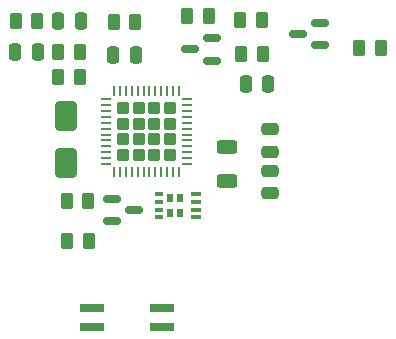
<source format=gbr>
%TF.GenerationSoftware,KiCad,Pcbnew,7.0.9*%
%TF.CreationDate,2024-04-08T13:50:44+02:00*%
%TF.ProjectId,Test_1,54657374-5f31-42e6-9b69-6361645f7063,rev?*%
%TF.SameCoordinates,Original*%
%TF.FileFunction,Paste,Top*%
%TF.FilePolarity,Positive*%
%FSLAX46Y46*%
G04 Gerber Fmt 4.6, Leading zero omitted, Abs format (unit mm)*
G04 Created by KiCad (PCBNEW 7.0.9) date 2024-04-08 13:50:44*
%MOMM*%
%LPD*%
G01*
G04 APERTURE LIST*
G04 Aperture macros list*
%AMRoundRect*
0 Rectangle with rounded corners*
0 $1 Rounding radius*
0 $2 $3 $4 $5 $6 $7 $8 $9 X,Y pos of 4 corners*
0 Add a 4 corners polygon primitive as box body*
4,1,4,$2,$3,$4,$5,$6,$7,$8,$9,$2,$3,0*
0 Add four circle primitives for the rounded corners*
1,1,$1+$1,$2,$3*
1,1,$1+$1,$4,$5*
1,1,$1+$1,$6,$7*
1,1,$1+$1,$8,$9*
0 Add four rect primitives between the rounded corners*
20,1,$1+$1,$2,$3,$4,$5,0*
20,1,$1+$1,$4,$5,$6,$7,0*
20,1,$1+$1,$6,$7,$8,$9,0*
20,1,$1+$1,$8,$9,$2,$3,0*%
G04 Aperture macros list end*
%ADD10RoundRect,0.250000X-0.262500X-0.450000X0.262500X-0.450000X0.262500X0.450000X-0.262500X0.450000X0*%
%ADD11R,2.159000X0.660400*%
%ADD12RoundRect,0.250000X-0.250000X-0.475000X0.250000X-0.475000X0.250000X0.475000X-0.250000X0.475000X0*%
%ADD13RoundRect,0.150000X-0.587500X-0.150000X0.587500X-0.150000X0.587500X0.150000X-0.587500X0.150000X0*%
%ADD14RoundRect,0.250000X0.262500X0.450000X-0.262500X0.450000X-0.262500X-0.450000X0.262500X-0.450000X0*%
%ADD15RoundRect,0.250000X-0.650000X1.000000X-0.650000X-1.000000X0.650000X-1.000000X0.650000X1.000000X0*%
%ADD16RoundRect,0.250000X-0.625000X0.312500X-0.625000X-0.312500X0.625000X-0.312500X0.625000X0.312500X0*%
%ADD17RoundRect,0.250000X0.250000X0.475000X-0.250000X0.475000X-0.250000X-0.475000X0.250000X-0.475000X0*%
%ADD18RoundRect,0.150000X0.587500X0.150000X-0.587500X0.150000X-0.587500X-0.150000X0.587500X-0.150000X0*%
%ADD19RoundRect,0.250000X0.475000X-0.250000X0.475000X0.250000X-0.475000X0.250000X-0.475000X-0.250000X0*%
%ADD20RoundRect,0.250000X0.285000X0.285000X-0.285000X0.285000X-0.285000X-0.285000X0.285000X-0.285000X0*%
%ADD21RoundRect,0.062500X0.337500X0.062500X-0.337500X0.062500X-0.337500X-0.062500X0.337500X-0.062500X0*%
%ADD22RoundRect,0.062500X0.062500X0.337500X-0.062500X0.337500X-0.062500X-0.337500X0.062500X-0.337500X0*%
%ADD23R,0.830000X0.300000*%
%ADD24R,0.510000X0.635000*%
%ADD25R,0.750000X0.300000*%
%ADD26RoundRect,0.250000X-0.475000X0.250000X-0.475000X-0.250000X0.475000X-0.250000X0.475000X0.250000X0*%
G04 APERTURE END LIST*
D10*
%TO.C,R3*%
X82187500Y-127200000D03*
X84012500Y-127200000D03*
%TD*%
D11*
%TO.C,L1*%
X85028200Y-148899800D03*
X85028200Y-150500000D03*
X90971800Y-150500000D03*
X90971800Y-148899800D03*
%TD*%
D12*
%TO.C,C7*%
X98050000Y-129900000D03*
X99950000Y-129900000D03*
%TD*%
D13*
%TO.C,Q3*%
X86762500Y-139650000D03*
X86762500Y-141550000D03*
X88637500Y-140600000D03*
%TD*%
D10*
%TO.C,R6*%
X93087500Y-124200000D03*
X94912500Y-124200000D03*
%TD*%
%TO.C,R11*%
X82937500Y-143250000D03*
X84762500Y-143250000D03*
%TD*%
D14*
%TO.C,R4*%
X99512500Y-127400000D03*
X97687500Y-127400000D03*
%TD*%
D15*
%TO.C,D1*%
X82800000Y-132600000D03*
X82800000Y-136600000D03*
%TD*%
D16*
%TO.C,R1*%
X96500000Y-135237500D03*
X96500000Y-138162500D03*
%TD*%
D12*
%TO.C,C5*%
X86850000Y-127500000D03*
X88750000Y-127500000D03*
%TD*%
%TO.C,C4*%
X78550000Y-127200000D03*
X80450000Y-127200000D03*
%TD*%
D14*
%TO.C,R2*%
X80412500Y-124600000D03*
X78587500Y-124600000D03*
%TD*%
D17*
%TO.C,C3*%
X84100000Y-124600000D03*
X82200000Y-124600000D03*
%TD*%
D18*
%TO.C,Q2*%
X95187500Y-127950000D03*
X95187500Y-126050000D03*
X93312500Y-127000000D03*
%TD*%
D19*
%TO.C,C2*%
X100100000Y-135650000D03*
X100100000Y-133750000D03*
%TD*%
D14*
%TO.C,R7*%
X84012500Y-129300000D03*
X82187500Y-129300000D03*
%TD*%
D20*
%TO.C,U1*%
X91630000Y-135930000D03*
X91630000Y-134610000D03*
X91630000Y-133290000D03*
X91630000Y-131970000D03*
X90310000Y-135930000D03*
X90310000Y-134610000D03*
X90310000Y-133290000D03*
X90310000Y-131970000D03*
X88990000Y-135930000D03*
X88990000Y-134610000D03*
X88990000Y-133290000D03*
X88990000Y-131970000D03*
X87670000Y-135930000D03*
X87670000Y-134610000D03*
X87670000Y-133290000D03*
X87670000Y-131970000D03*
D21*
X93100000Y-136700000D03*
X93100000Y-136200000D03*
X93100000Y-135700000D03*
X93100000Y-135200000D03*
X93100000Y-134700000D03*
X93100000Y-134200000D03*
X93100000Y-133700000D03*
X93100000Y-133200000D03*
X93100000Y-132700000D03*
X93100000Y-132200000D03*
X93100000Y-131700000D03*
X93100000Y-131200000D03*
D22*
X92400000Y-130500000D03*
X91900000Y-130500000D03*
X91400000Y-130500000D03*
X90900000Y-130500000D03*
X90400000Y-130500000D03*
X89900000Y-130500000D03*
X89400000Y-130500000D03*
X88900000Y-130500000D03*
X88400000Y-130500000D03*
X87900000Y-130500000D03*
X87400000Y-130500000D03*
X86900000Y-130500000D03*
D21*
X86200000Y-131200000D03*
X86200000Y-131700000D03*
X86200000Y-132200000D03*
X86200000Y-132700000D03*
X86200000Y-133200000D03*
X86200000Y-133700000D03*
X86200000Y-134200000D03*
X86200000Y-134700000D03*
X86200000Y-135200000D03*
X86200000Y-135700000D03*
X86200000Y-136200000D03*
X86200000Y-136700000D03*
D22*
X86900000Y-137400000D03*
X87400000Y-137400000D03*
X87900000Y-137400000D03*
X88400000Y-137400000D03*
X88900000Y-137400000D03*
X89400000Y-137400000D03*
X89900000Y-137400000D03*
X90400000Y-137400000D03*
X90900000Y-137400000D03*
X91400000Y-137400000D03*
X91900000Y-137400000D03*
X92400000Y-137400000D03*
%TD*%
D10*
%TO.C,R8*%
X107687500Y-126850000D03*
X109512500Y-126850000D03*
%TD*%
D14*
%TO.C,R9*%
X84712500Y-139800000D03*
X82887500Y-139800000D03*
%TD*%
D10*
%TO.C,R10*%
X97587500Y-124500000D03*
X99412500Y-124500000D03*
%TD*%
D23*
%TO.C,Q1*%
X93820000Y-141201000D03*
X93820000Y-140551000D03*
X93820000Y-139901000D03*
X93820000Y-139251000D03*
D24*
X92500000Y-140852000D03*
X92500000Y-139600000D03*
X91640000Y-140852000D03*
X91640000Y-139600000D03*
D25*
X90710000Y-141201000D03*
X90710000Y-140551000D03*
X90710000Y-139901000D03*
X90710000Y-139251000D03*
%TD*%
D10*
%TO.C,R5*%
X86887500Y-124700000D03*
X88712500Y-124700000D03*
%TD*%
D18*
%TO.C,Q4*%
X104337500Y-126650000D03*
X104337500Y-124750000D03*
X102462500Y-125700000D03*
%TD*%
D26*
%TO.C,C1*%
X100100000Y-137250000D03*
X100100000Y-139150000D03*
%TD*%
M02*

</source>
